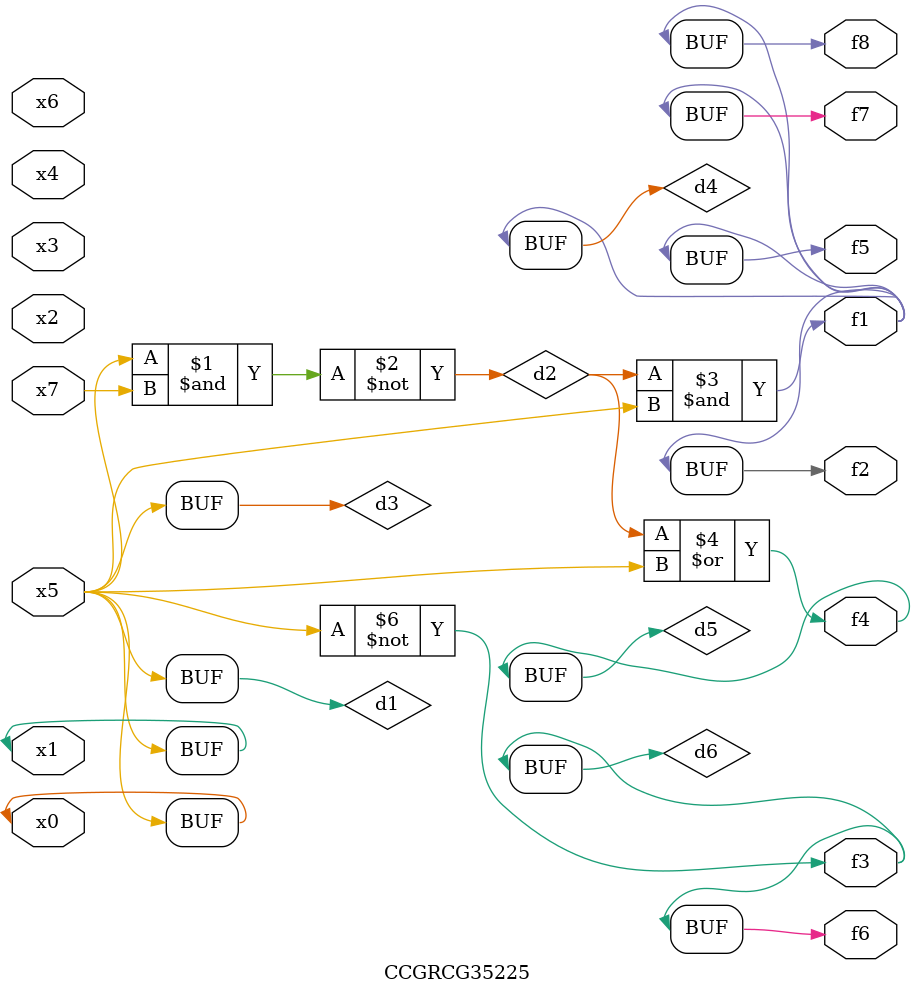
<source format=v>
module CCGRCG35225(
	input x0, x1, x2, x3, x4, x5, x6, x7,
	output f1, f2, f3, f4, f5, f6, f7, f8
);

	wire d1, d2, d3, d4, d5, d6;

	buf (d1, x0, x5);
	nand (d2, x5, x7);
	buf (d3, x0, x1);
	and (d4, d2, d3);
	or (d5, d2, d3);
	nor (d6, d1, d3);
	assign f1 = d4;
	assign f2 = d4;
	assign f3 = d6;
	assign f4 = d5;
	assign f5 = d4;
	assign f6 = d6;
	assign f7 = d4;
	assign f8 = d4;
endmodule

</source>
